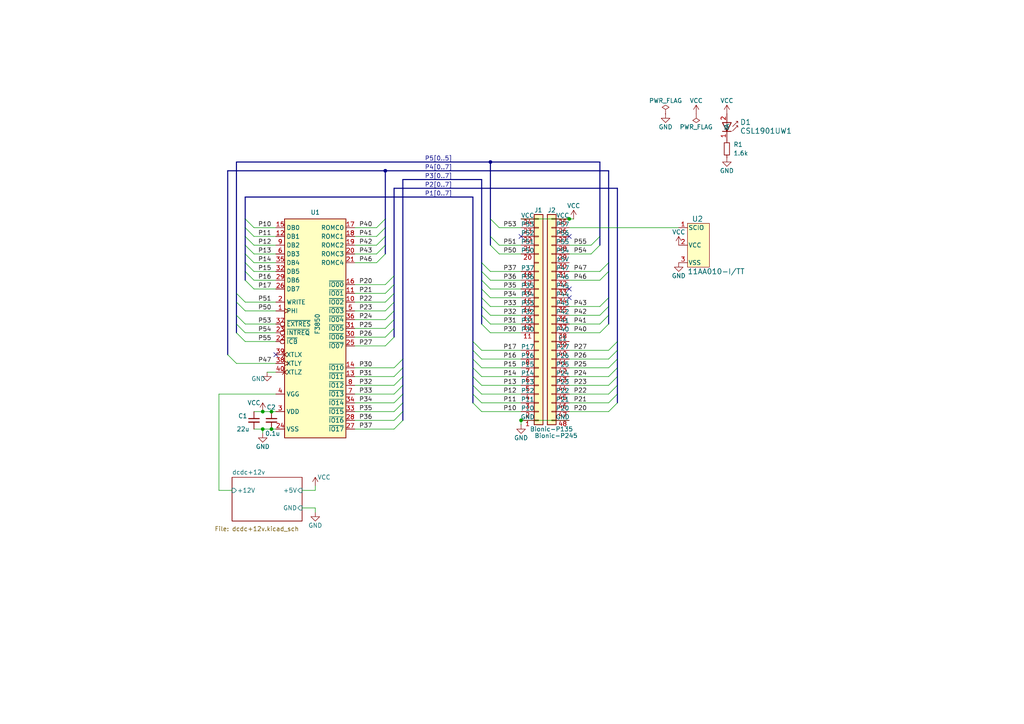
<source format=kicad_sch>
(kicad_sch (version 20231120) (generator "eeschema") (generator_version "8.0")
  (paper "A4")
  (title_block (title "BionicF3850 DC/DC") (date "2025-02-28") (rev "7") (company "Tadashi G. Takaoka"))
  (lib_symbols
    (symbol "Device:C_Small" (pin_numbers hide) (pin_names (offset 0.254) hide)
      (property "Reference" "C" (at 0.254 1.778 0))
      (property "Value" "C_Small" (at 0.254 -2.032 0))
      (symbol "C_Small_0_1"
        (polyline (pts (xy -1.524 -0.508) (xy 1.524 -0.508)) (stroke (width 0.3302)))
        (polyline (pts (xy -1.524 0.508) (xy 1.524 0.508)) (stroke (width 0.3048)))
      )
      (symbol "C_Small_1_1"
        (pin passive line (at 0 2.54 270) (length 2.032) (name "~") (number "1"))
        (pin passive line (at 0 -2.54 90) (length 2.032) (name "~") (number "2"))
      )
    )
    (symbol "Device:R_Small" (pin_numbers hide) (pin_names (offset 0.254) hide)
      (property "Reference" "R" (at 0.762 0.508 0))
      (property "Value" "R_Small" (at 0.762 -1.016 0))
      (symbol "R_Small_0_1"
        (rectangle (start -0.762 1.778) (end 0.762 -1.778) (stroke (width 0.2032)))
      )
      (symbol "R_Small_1_1"
        (pin passive line (at 0 2.54 270) (length 0.762) (name "~") (number "1"))
        (pin passive line (at 0 -2.54 90) (length 0.762) (name "~") (number "2"))
      )
    )
    (symbol "GND_1" (power) (pin_numbers hide) (pin_names (offset 0) hide)
      (property "Value" "GND" (at 0 -3.81 0))
      (symbol "GND_1_0_1"
        (polyline (pts (xy 0 0) (xy 0 -1.27) (xy 1.27 -1.27) (xy 0 -2.54) (xy -1.27 -1.27) (xy 0 -1.27)))
      )
      (symbol "GND_1_1_1"
        (pin power_in line (at 0 0 270) (length 0) (name "~") (number "1"))
      )
    )
    (symbol "GND_2" (power) (pin_numbers hide) (pin_names (offset 0) hide)
      (property "Value" "GND" (at 0 -3.81 0))
      (symbol "GND_2_0_1"
        (polyline (pts (xy 0 0) (xy 0 -1.27) (xy 1.27 -1.27) (xy 0 -2.54) (xy -1.27 -1.27) (xy 0 -1.27)))
      )
      (symbol "GND_2_1_1"
        (pin power_in line (at 0 0 270) (length 0) (name "~") (number "1"))
      )
    )
    (symbol "GND_3" (power) (pin_numbers hide) (pin_names (offset 0) hide)
      (property "Value" "GND" (at 0 -3.81 0))
      (symbol "GND_3_0_1"
        (polyline (pts (xy 0 0) (xy 0 -1.27) (xy 1.27 -1.27) (xy 0 -2.54) (xy -1.27 -1.27) (xy 0 -1.27)))
      )
      (symbol "GND_3_1_1"
        (pin power_in line (at 0 0 270) (length 0) (name "~") (number "1"))
      )
    )
    (symbol "GND_4" (power) (pin_numbers hide) (pin_names (offset 0) hide)
      (property "Value" "GND" (at 0 -3.81 0))
      (symbol "GND_4_0_1"
        (polyline (pts (xy 0 0) (xy 0 -1.27) (xy 1.27 -1.27) (xy 0 -2.54) (xy -1.27 -1.27) (xy 0 -1.27)))
      )
      (symbol "GND_4_1_1"
        (pin power_in line (at 0 0 270) (length 0) (name "~") (number "1"))
      )
    )
    (symbol "VCC_1" (power) (pin_numbers hide) (pin_names (offset 0) hide)
      (property "Value" "VCC" (at 0 3.556 0))
      (symbol "VCC_1_0_1"
        (polyline (pts (xy -0.762 1.27) (xy 0 2.54)))
        (polyline (pts (xy 0 0) (xy 0 2.54)))
        (polyline (pts (xy 0 2.54) (xy 0.762 1.27)))
      )
      (symbol "VCC_1_1_1"
        (pin power_in line (at 0 0 90) (length 0) (name "~") (number "1"))
      )
    )
    (symbol "VCC_2" (power) (pin_numbers hide) (pin_names (offset 0) hide)
      (property "Value" "VCC" (at 0 3.556 0))
      (symbol "VCC_2_0_1"
        (polyline (pts (xy -0.762 1.27) (xy 0 2.54)))
        (polyline (pts (xy 0 0) (xy 0 2.54)))
        (polyline (pts (xy 0 2.54) (xy 0.762 1.27)))
      )
      (symbol "VCC_2_1_1"
        (pin power_in line (at 0 0 90) (length 0) (name "~") (number "1"))
      )
    )
    (symbol "VCC_3" (power) (pin_numbers hide) (pin_names (offset 0) hide)
      (property "Value" "VCC" (at 0 3.556 0))
      (symbol "VCC_3_0_1"
        (polyline (pts (xy -0.762 1.27) (xy 0 2.54)))
        (polyline (pts (xy 0 0) (xy 0 2.54)))
        (polyline (pts (xy 0 2.54) (xy 0.762 1.27)))
      )
      (symbol "VCC_3_1_1"
        (pin power_in line (at 0 0 90) (length 0) (name "~") (number "1"))
      )
    )
    (symbol "VCC_4" (power) (pin_numbers hide) (pin_names (offset 0) hide)
      (property "Value" "VCC" (at 0 3.556 0))
      (symbol "VCC_4_0_1"
        (polyline (pts (xy -0.762 1.27) (xy 0 2.54)))
        (polyline (pts (xy 0 0) (xy 0 2.54)))
        (polyline (pts (xy 0 2.54) (xy 0.762 1.27)))
      )
      (symbol "VCC_4_1_1"
        (pin power_in line (at 0 0 90) (length 0) (name "~") (number "1"))
      )
    )
    (symbol "bionic:Bionic-P135" (pin_names (offset 0))
      (property "Reference" "J" (at 0 30.48 0))
      (property "Value" "Bionic-P135" (at -1.27 -33.02 0))
      (symbol "Bionic-P135_1_1"
        (rectangle (start 0 -30.353) (end -1.27 -30.607) (stroke (width 0.1524)))
        (rectangle (start 0 -27.813) (end -1.27 -28.067) (stroke (width 0.1524)))
        (rectangle (start 0 -25.273) (end -1.27 -25.527) (stroke (width 0.1524)))
        (rectangle (start 0 -22.733) (end -1.27 -22.987) (stroke (width 0.1524)))
        (rectangle (start 0 -20.193) (end -1.27 -20.447) (stroke (width 0.1524)))
        (rectangle (start 0 -17.653) (end -1.27 -17.907) (stroke (width 0.1524)))
        (rectangle (start 0 -15.113) (end -1.27 -15.367) (stroke (width 0.1524)))
        (rectangle (start 0 -12.573) (end -1.27 -12.827) (stroke (width 0.1524)))
        (rectangle (start 0 -10.033) (end -1.27 -10.287) (stroke (width 0.1524)))
        (rectangle (start 0 -7.493) (end -1.27 -7.747) (stroke (width 0.1524)))
        (rectangle (start 0 -4.953) (end -1.27 -5.207) (stroke (width 0.1524)))
        (rectangle (start 0 -2.413) (end -1.27 -2.667) (stroke (width 0.1524)))
        (rectangle (start 0 0.127) (end -1.27 -0.127) (stroke (width 0.1524)))
        (rectangle (start 0 2.667) (end -1.27 2.413) (stroke (width 0.1524)))
        (rectangle (start 0 5.207) (end -1.27 4.953) (stroke (width 0.1524)))
        (rectangle (start 0 7.747) (end -1.27 7.493) (stroke (width 0.1524)))
        (rectangle (start 0 10.287) (end -1.27 10.033) (stroke (width 0.1524)))
        (rectangle (start 0 12.827) (end -1.27 12.573) (stroke (width 0.1524)))
        (rectangle (start 0 15.367) (end -1.27 15.113) (stroke (width 0.1524)))
        (rectangle (start 0 17.907) (end -1.27 17.653) (stroke (width 0.1524)))
        (rectangle (start 0 20.447) (end -1.27 20.193) (stroke (width 0.1524)))
        (rectangle (start 0 22.987) (end -1.27 22.733) (stroke (width 0.1524)))
        (rectangle (start 0 25.527) (end -1.27 25.273) (stroke (width 0.1524)))
        (rectangle (start 0 28.067) (end -1.27 27.813) (stroke (width 0.1524)))
        (rectangle (start 1.27 29.21) (end -1.27 -31.75) (stroke (width 0.254)) (fill (type background)))
        (pin power_in line (at -5.08 -30.48 0) (length 3.81) (name "GND") (number "1"))
        (pin bidirectional line (at -5.08 -5.08 0) (length 3.81) (name "P30") (number "11"))
        (pin bidirectional line (at -5.08 -2.54 0) (length 3.81) (name "P31") (number "12"))
        (pin bidirectional line (at -5.08 0 0) (length 3.81) (name "P32") (number "13"))
        (pin bidirectional line (at -5.08 2.54 0) (length 3.81) (name "P33") (number "14"))
        (pin bidirectional line (at -5.08 5.08 0) (length 3.81) (name "P34") (number "15"))
        (pin bidirectional line (at -5.08 7.62 0) (length 3.81) (name "P35") (number "16"))
        (pin bidirectional line (at -5.08 10.16 0) (length 3.81) (name "P36") (number "17"))
        (pin bidirectional line (at -5.08 12.7 0) (length 3.81) (name "P37") (number "18"))
        (pin bidirectional line (at -5.08 -27.94 0) (length 3.81) (name "P10") (number "2"))
        (pin bidirectional line (at -5.08 17.78 0) (length 3.81) (name "P50") (number "20"))
        (pin bidirectional line (at -5.08 20.32 0) (length 3.81) (name "P51") (number "21"))
        (pin bidirectional line (at -5.08 22.86 0) (length 3.81) (name "P52") (number "22"))
        (pin bidirectional line (at -5.08 25.4 0) (length 3.81) (name "P53") (number "23"))
        (pin power_in line (at -5.08 27.94 0) (length 3.81) (name "VCC") (number "24"))
        (pin bidirectional line (at -5.08 -25.4 0) (length 3.81) (name "P11") (number "3"))
        (pin bidirectional line (at -5.08 -22.86 0) (length 3.81) (name "P12") (number "4"))
        (pin bidirectional line (at -5.08 -20.32 0) (length 3.81) (name "P13") (number "5"))
        (pin bidirectional line (at -5.08 -17.78 0) (length 3.81) (name "P14") (number "6"))
        (pin bidirectional line (at -5.08 -15.24 0) (length 3.81) (name "P15") (number "7"))
        (pin bidirectional line (at -5.08 -12.7 0) (length 3.81) (name "P16") (number "8"))
        (pin bidirectional line (at -5.08 -10.16 0) (length 3.81) (name "P17") (number "9"))
      )
    )
    (symbol "bionic:Bionic-P245" (pin_names (offset 0))
      (property "Reference" "J" (at -3.81 30.48 0))
      (property "Value" "Bionic-P245" (at -1.27 -33.02 0))
      (symbol "Bionic-P245_1_1"
        (rectangle (start -2.54 -30.607) (end -3.81 -30.353) (stroke (width 0.1524)))
        (rectangle (start -2.54 -28.067) (end -3.81 -27.813) (stroke (width 0.1524)))
        (rectangle (start -2.54 -25.527) (end -3.81 -25.273) (stroke (width 0.1524)))
        (rectangle (start -2.54 -22.987) (end -3.81 -22.733) (stroke (width 0.1524)))
        (rectangle (start -2.54 -20.447) (end -3.81 -20.193) (stroke (width 0.1524)))
        (rectangle (start -2.54 -17.907) (end -3.81 -17.653) (stroke (width 0.1524)))
        (rectangle (start -2.54 -15.367) (end -3.81 -15.113) (stroke (width 0.1524)))
        (rectangle (start -2.54 -12.827) (end -3.81 -12.573) (stroke (width 0.1524)))
        (rectangle (start -2.54 -10.287) (end -3.81 -10.033) (stroke (width 0.1524)))
        (rectangle (start -2.54 -7.747) (end -3.81 -7.493) (stroke (width 0.1524)))
        (rectangle (start -2.54 -5.207) (end -3.81 -4.953) (stroke (width 0.1524)))
        (rectangle (start -2.54 -2.667) (end -3.81 -2.413) (stroke (width 0.1524)))
        (rectangle (start -2.54 -0.127) (end -3.81 0.127) (stroke (width 0.1524)))
        (rectangle (start -2.54 2.413) (end -3.81 2.667) (stroke (width 0.1524)))
        (rectangle (start -2.54 4.953) (end -3.81 5.207) (stroke (width 0.1524)))
        (rectangle (start -2.54 7.493) (end -3.81 7.747) (stroke (width 0.1524)))
        (rectangle (start -2.54 10.033) (end -3.81 10.287) (stroke (width 0.1524)))
        (rectangle (start -2.54 12.573) (end -3.81 12.827) (stroke (width 0.1524)))
        (rectangle (start -2.54 15.113) (end -3.81 15.367) (stroke (width 0.1524)))
        (rectangle (start -2.54 17.653) (end -3.81 17.907) (stroke (width 0.1524)))
        (rectangle (start -2.54 20.193) (end -3.81 20.447) (stroke (width 0.1524)))
        (rectangle (start -2.54 22.733) (end -3.81 22.987) (stroke (width 0.1524)))
        (rectangle (start -2.54 25.273) (end -3.81 25.527) (stroke (width 0.1524)))
        (rectangle (start -2.54 27.813) (end -3.81 28.067) (stroke (width 0.1524)))
        (rectangle (start -2.54 29.21) (end -5.08 -31.75) (stroke (width 0.254)) (fill (type background)))
        (pin power_in line (at 1.27 27.94 180) (length 3.81) (name "VCC") (number "25"))
        (pin bidirectional line (at 1.27 25.4 180) (length 3.81) (name "P57") (number "26"))
        (pin bidirectional line (at 1.27 22.86 180) (length 3.81) (name "P56") (number "27"))
        (pin bidirectional line (at 1.27 20.32 180) (length 3.81) (name "P55") (number "28"))
        (pin bidirectional line (at 1.27 17.78 180) (length 3.81) (name "P54") (number "29"))
        (pin power_in line (at 1.27 15.24 180) (length 3.81) (name "15V") (number "30"))
        (pin bidirectional line (at 1.27 12.7 180) (length 3.81) (name "P47") (number "31"))
        (pin bidirectional line (at 1.27 10.16 180) (length 3.81) (name "P46") (number "32"))
        (pin bidirectional line (at 1.27 7.62 180) (length 3.81) (name "P45") (number "33"))
        (pin bidirectional line (at 1.27 5.08 180) (length 3.81) (name "P44") (number "34"))
        (pin bidirectional line (at 1.27 2.54 180) (length 3.81) (name "P43") (number "35"))
        (pin bidirectional line (at 1.27 0 180) (length 3.81) (name "P42") (number "36"))
        (pin bidirectional line (at 1.27 -2.54 180) (length 3.81) (name "P41") (number "37"))
        (pin bidirectional line (at 1.27 -5.08 180) (length 3.81) (name "P40") (number "38"))
        (pin bidirectional line (at 1.27 -7.62 180) (length 3.81) (name "E1") (number "39"))
        (pin bidirectional line (at 1.27 -10.16 180) (length 3.81) (name "P27") (number "40"))
        (pin bidirectional line (at 1.27 -12.7 180) (length 3.81) (name "P26") (number "41"))
        (pin bidirectional line (at 1.27 -15.24 180) (length 3.81) (name "P25") (number "42"))
        (pin bidirectional line (at 1.27 -17.78 180) (length 3.81) (name "P24") (number "43"))
        (pin bidirectional line (at 1.27 -20.32 180) (length 3.81) (name "P23") (number "44"))
        (pin bidirectional line (at 1.27 -22.86 180) (length 3.81) (name "P22") (number "45"))
        (pin bidirectional line (at 1.27 -25.4 180) (length 3.81) (name "P21") (number "46"))
        (pin bidirectional line (at 1.27 -27.94 180) (length 3.81) (name "P20") (number "47"))
        (pin power_in line (at 1.27 -30.48 180) (length 3.81) (name "GND") (number "48"))
      )
    )
    (symbol "cpu:F3850"
      (property "Reference" "U" (at -1.27 31.75 0))
      (property "Value" "F3850" (at 0 -3.81 90))
      (symbol "F3850_0_0"
        (pin bidirectional line (at 11.43 -6.35 180) (length 2.54) (name "~{IO07}") (number "25"))
        (pin input inverted (at -11.43 0 0) (length 2.54) (name "~{EXTRES}") (number "37"))
        (pin input clock (at -11.43 -11.43 0) (length 2.54) (name "XTLY") (number "38"))
      )
      (symbol "F3850_0_1"
        (rectangle (start -8.89 30.48) (end 8.89 -33.02) (stroke (width 0.254)) (fill (type background)))
      )
      (symbol "F3850_1_1"
        (pin output clock (at -11.43 3.81 0) (length 2.54) (name "PHI") (number "1"))
        (pin bidirectional line (at 11.43 6.35 180) (length 2.54) (name "~{IO02}") (number "10"))
        (pin bidirectional line (at 11.43 8.89 180) (length 2.54) (name "~{IO01}") (number "11"))
        (pin bidirectional line (at -11.43 25.4 0) (length 2.54) (name "DB1") (number "12"))
        (pin bidirectional line (at 11.43 -15.24 180) (length 2.54) (name "~{IO11}") (number "13"))
        (pin bidirectional line (at 11.43 -12.7 180) (length 2.54) (name "~{IO10}") (number "14"))
        (pin bidirectional line (at -11.43 27.94 0) (length 2.54) (name "DB0") (number "15"))
        (pin bidirectional line (at 11.43 11.43 180) (length 2.54) (name "~{IO00}") (number "16"))
        (pin output line (at 11.43 27.94 180) (length 2.54) (name "ROMC0") (number "17"))
        (pin output line (at 11.43 25.4 180) (length 2.54) (name "ROMC1") (number "18"))
        (pin output line (at 11.43 22.86 180) (length 2.54) (name "ROMC2") (number "19"))
        (pin output line (at -11.43 6.35 0) (length 2.54) (name "WRITE") (number "2"))
        (pin output line (at 11.43 20.32 180) (length 2.54) (name "ROMC3") (number "20"))
        (pin output line (at 11.43 17.78 180) (length 2.54) (name "ROMC4") (number "21"))
        (pin output inverted (at -11.43 -5.08 0) (length 2.54) (name "~{ICB}") (number "22"))
        (pin input inverted (at -11.43 -2.54 0) (length 2.54) (name "~{INTREQ}") (number "23"))
        (pin power_in line (at -11.43 -30.48 0) (length 2.54) (name "VSS") (number "24"))
        (pin bidirectional line (at -11.43 10.16 0) (length 2.54) (name "DB7") (number "26"))
        (pin bidirectional line (at 11.43 -30.48 180) (length 2.54) (name "~{IO17}") (number "27"))
        (pin bidirectional line (at 11.43 -27.94 180) (length 2.54) (name "~{IO16}") (number "28"))
        (pin bidirectional line (at -11.43 12.7 0) (length 2.54) (name "DB6") (number "29"))
        (pin power_in line (at -11.43 -25.4 0) (length 2.54) (name "VDD") (number "3"))
        (pin bidirectional line (at 11.43 -3.81 180) (length 2.54) (name "~{IO06}") (number "30"))
        (pin bidirectional line (at 11.43 -1.27 180) (length 2.54) (name "~{IO05}") (number "31"))
        (pin bidirectional line (at -11.43 15.24 0) (length 2.54) (name "DB5") (number "32"))
        (pin bidirectional line (at 11.43 -25.4 180) (length 2.54) (name "~{IO15}") (number "33"))
        (pin bidirectional line (at 11.43 -22.86 180) (length 2.54) (name "~{IO14}") (number "34"))
        (pin bidirectional line (at -11.43 17.78 0) (length 2.54) (name "DB4") (number "35"))
        (pin bidirectional line (at 11.43 1.27 180) (length 2.54) (name "~{IO04}") (number "36"))
        (pin input non_logic (at -11.43 -8.89 0) (length 2.54) (name "XTLX") (number "39"))
        (pin power_in line (at -11.43 -20.32 0) (length 2.54) (name "VGG") (number "4"))
        (pin input non_logic (at -11.43 -13.97 0) (length 2.54) (name "XTLZ") (number "40"))
        (pin bidirectional line (at 11.43 3.81 180) (length 2.54) (name "~{IO03}") (number "5"))
        (pin bidirectional line (at -11.43 20.32 0) (length 2.54) (name "DB3") (number "6"))
        (pin bidirectional line (at 11.43 -20.32 180) (length 2.54) (name "~{IO13}") (number "7"))
        (pin bidirectional line (at 11.43 -17.78 180) (length 2.54) (name "~{IO12}") (number "8"))
        (pin bidirectional line (at -11.43 22.86 0) (length 2.54) (name "DB2") (number "9"))
      )
    )
    (symbol "microchip:11AA010-I_TT" (pin_names (offset 0.254))
      (property "Reference" "U" (at 2.54 1.27 0))
      (property "Value" "11AA010-I/TT" (at 3.81 -13.97 0))
      (symbol "11AA010-I_TT_1_1"
        (rectangle (start 0 0) (end 6.35 -12.7) (fill (type background)))
        (pin bidirectional line (at -2.54 -1.27 0) (length 2.54) (name "SCIO") (number "1"))
        (pin power_in line (at -2.54 -6.35 0) (length 2.54) (name "VCC") (number "2"))
        (pin power_in line (at -2.54 -11.43 0) (length 2.54) (name "VSS") (number "3"))
      )
    )
    (symbol "power:GND" (power) (pin_numbers hide) (pin_names (offset 0) hide)
      (property "Value" "GND" (at 0 -3.81 0))
      (symbol "GND_0_1"
        (polyline (pts (xy 0 0) (xy 0 -1.27) (xy 1.27 -1.27) (xy 0 -2.54) (xy -1.27 -1.27) (xy 0 -1.27)))
      )
      (symbol "GND_1_1"
        (pin power_in line (at 0 0 270) (length 0) (name "~") (number "1"))
      )
    )
    (symbol "power:PWR_FLAG" (power) (pin_numbers hide) (pin_names (offset 0) hide)
      (property "Value" "PWR_FLAG" (at 0 3.81 0))
      (symbol "PWR_FLAG_0_0"
        (pin power_out line (at 0 0 90) (length 0) (name "~") (number "1"))
      )
      (symbol "PWR_FLAG_0_1"
        (polyline (pts (xy 0 0) (xy 0 1.27) (xy -1.016 1.905) (xy 0 2.54) (xy 1.016 1.905) (xy 0 1.27)))
      )
    )
    (symbol "power:VCC" (power) (pin_numbers hide) (pin_names (offset 0) hide)
      (property "Value" "VCC" (at 0 3.556 0))
      (symbol "VCC_0_1"
        (polyline (pts (xy -0.762 1.27) (xy 0 2.54)))
        (polyline (pts (xy 0 0) (xy 0 2.54)))
        (polyline (pts (xy 0 2.54) (xy 0.762 1.27)))
      )
      (symbol "VCC_1_1"
        (pin power_in line (at 0 0 90) (length 0) (name "~") (number "1"))
      )
    )
    (symbol "rhom:CSL1901UW1" (pin_names (offset 0.254))
      (property "Reference" "D" (at 3.81 -2.54 0))
      (property "Value" "CSL1901UW1" (at 3.81 -5.08 0))
      (symbol "CSL1901UW1_0_1"
        (polyline (pts (xy 2.159 3.175) (xy 2.667 3.175)))
        (polyline (pts (xy 2.54 0) (xy 5.08 0)))
        (polyline (pts (xy 5.08 1.27) (xy 5.08 -1.27)) (stroke (width 0.254)))
        (polyline (pts (xy 3.683 1.651) (xy 2.159 3.175) (xy 2.159 2.667)))
        (polyline (pts (xy 2.54 -1.27) (xy 5.08 0) (xy 2.54 1.27) (xy 2.54 -1.27)) (stroke (width 0.254)))
        (polyline (pts (xy 4.953 1.651) (xy 3.429 3.175) (xy 3.429 2.667) (xy 3.429 3.175) (xy 3.937 3.175)))
      )
      (symbol "CSL1901UW1_1_1"
        (pin passive line (at 7.62 0 180) (length 2.54) (name "K") (number "1"))
        (pin passive line (at 0 0 0) (length 2.54) (name "A") (number "2"))
      )
      (symbol "CSL1901UW1_1_2"
        (polyline (pts (xy -5.08 7.62) (xy -4.445 8.255)) (stroke (width 0.2032)))
        (polyline (pts (xy -5.08 8.255) (xy -5.08 7.62)) (stroke (width 0.2032)))
        (polyline (pts (xy -4.445 6.35) (xy -3.81 6.985)) (stroke (width 0.2032)))
        (polyline (pts (xy -4.445 8.255) (xy -5.08 8.255)) (stroke (width 0.2032)))
        (polyline (pts (xy -4.445 9.525) (xy -3.81 10.16)) (stroke (width 0.2032)))
        (polyline (pts (xy -4.445 10.16) (xy -4.445 9.525)) (stroke (width 0.2032)))
        (polyline (pts (xy -3.81 6.985) (xy -5.08 8.255)) (stroke (width 0.2032)))
        (polyline (pts (xy -3.81 8.255) (xy -3.175 8.89)) (stroke (width 0.2032)))
        (polyline (pts (xy -3.81 10.16) (xy -4.445 10.16)) (stroke (width 0.2032)))
        (polyline (pts (xy -3.175 5.08) (xy -4.445 6.35)) (stroke (width 0.2032)))
        (polyline (pts (xy -3.175 8.89) (xy -4.445 10.16)) (stroke (width 0.2032)))
        (polyline (pts (xy -2.54 6.985) (xy -3.81 8.255)) (stroke (width 0.2032)))
        (polyline (pts (xy -1.905 3.81) (xy 1.905 3.81)) (stroke (width 0.2032)))
        (polyline (pts (xy 0 2.54) (xy 0 3.4798)) (stroke (width 0.2032)))
        (polyline (pts (xy 0 3.175) (xy 0 3.81)) (stroke (width 0.2032)))
        (polyline (pts (xy 0 6.35) (xy -1.905 3.81)) (stroke (width 0.2032)))
        (polyline (pts (xy 0 6.35) (xy 0 7.62)) (stroke (width 0.2032)))
        (polyline (pts (xy 1.905 3.81) (xy 0 6.35)) (stroke (width 0.2032)))
        (polyline (pts (xy 1.905 6.35) (xy -1.905 6.35)) (stroke (width 0.2032)))
        (pin unspecified line (at 0 10.16 270) (length 2.54) (name "") (number "1"))
        (pin unspecified line (at 0 0 90) (length 2.54) (name "") (number "2"))
      )
    )
  )
  (junction (at 78.74 119.38))
  (junction (at 151.13 121.92))
  (junction (at 76.2 119.38))
  (junction (at 76.2 124.46))
  (junction (at 142.24 46.99))
  (junction (at 111.76 49.53))
  (junction (at 165.1 63.5))
  (junction (at 78.74 124.46))
  (no_connect (at 165.1 68.58))
  (no_connect (at 80.01 102.87))
  (no_connect (at 165.1 86.36))
  (no_connect (at 165.1 83.82))
  (no_connect (at 151.13 68.58))
  (bus_entry (at 139.7 119.38) (size -2.54 -2.54))
  (bus_entry (at 139.7 81.28) (size 2.54 2.54))
  (bus_entry (at 144.78 66.04) (size -2.54 -2.54))
  (bus_entry (at 179.07 99.06) (size -2.54 2.54))
  (bus_entry (at 111.76 71.12) (size -2.54 2.54))
  (bus_entry (at 176.53 93.98) (size -2.54 2.54))
  (bus_entry (at 144.78 73.66) (size -2.54 -2.54))
  (bus_entry (at 71.12 99.06) (size -2.54 -2.54))
  (bus_entry (at 73.66 78.74) (size -2.54 -2.54))
  (bus_entry (at 116.84 104.14) (size -2.54 2.54))
  (bus_entry (at 173.99 88.9) (size 2.54 -2.54))
  (bus_entry (at 73.66 73.66) (size -2.54 -2.54))
  (bus_entry (at 139.7 91.44) (size 2.54 2.54))
  (bus_entry (at 176.53 76.2) (size -2.54 2.54))
  (bus_entry (at 111.76 63.5) (size -2.54 2.54))
  (bus_entry (at 116.84 114.3) (size -2.54 2.54))
  (bus_entry (at 179.07 109.22) (size -2.54 2.54))
  (bus_entry (at 111.76 85.09) (size 2.54 -2.54))
  (bus_entry (at 116.84 111.76) (size -2.54 2.54))
  (bus_entry (at 71.12 90.17) (size -2.54 -2.54))
  (bus_entry (at 139.7 76.2) (size 2.54 2.54))
  (bus_entry (at 179.07 101.6) (size -2.54 2.54))
  (bus_entry (at 139.7 93.98) (size 2.54 2.54))
  (bus_entry (at 71.12 93.98) (size -2.54 -2.54))
  (bus_entry (at 73.66 68.58) (size -2.54 -2.54))
  (bus_entry (at 144.78 71.12) (size -2.54 -2.54))
  (bus_entry (at 139.7 101.6) (size -2.54 -2.54))
  (bus_entry (at 139.7 104.14) (size -2.54 -2.54))
  (bus_entry (at 111.76 92.71) (size 2.54 -2.54))
  (bus_entry (at 171.45 73.66) (size 2.54 -2.54))
  (bus_entry (at 173.99 93.98) (size 2.54 -2.54))
  (bus_entry (at 173.99 91.44) (size 2.54 -2.54))
  (bus_entry (at 171.45 71.12) (size 2.54 -2.54))
  (bus_entry (at 176.53 78.74) (size -2.54 2.54))
  (bus_entry (at 111.76 68.58) (size -2.54 2.54))
  (bus_entry (at 71.12 87.63) (size -2.54 -2.54))
  (bus_entry (at 139.7 86.36) (size 2.54 2.54))
  (bus_entry (at 139.7 109.22) (size -2.54 -2.54))
  (bus_entry (at 179.07 114.3) (size -2.54 2.54))
  (bus_entry (at 111.76 95.25) (size 2.54 -2.54))
  (bus_entry (at 71.12 96.52) (size -2.54 -2.54))
  (bus_entry (at 73.66 81.28) (size -2.54 -2.54))
  (bus_entry (at 179.07 104.14) (size -2.54 2.54))
  (bus_entry (at 111.76 73.66) (size -2.54 2.54))
  (bus_entry (at 73.66 76.2) (size -2.54 -2.54))
  (bus_entry (at 73.66 66.04) (size -2.54 -2.54))
  (bus_entry (at 139.7 88.9) (size 2.54 2.54))
  (bus_entry (at 114.3 121.92) (size 2.54 -2.54))
  (bus_entry (at 139.7 111.76) (size -2.54 -2.54))
  (bus_entry (at 176.53 114.3) (size 2.54 -2.54))
  (bus_entry (at 114.3 87.63) (size -2.54 2.54))
  (bus_entry (at 139.7 78.74) (size 2.54 2.54))
  (bus_entry (at 139.7 83.82) (size 2.54 2.54))
  (bus_entry (at 114.3 119.38) (size 2.54 -2.54))
  (bus_entry (at 116.84 109.22) (size -2.54 2.54))
  (bus_entry (at 179.07 106.68) (size -2.54 2.54))
  (bus_entry (at 111.76 87.63) (size 2.54 -2.54))
  (bus_entry (at 139.7 106.68) (size -2.54 -2.54))
  (bus_entry (at 111.76 82.55) (size 2.54 -2.54))
  (bus_entry (at 73.66 71.12) (size -2.54 -2.54))
  (bus_entry (at 111.76 66.04) (size -2.54 2.54))
  (bus_entry (at 139.7 114.3) (size -2.54 -2.54))
  (bus_entry (at 114.3 124.46) (size 2.54 -2.54))
  (bus_entry (at 179.07 116.84) (size -2.54 2.54))
  (bus_entry (at 116.84 106.68) (size -2.54 2.54))
  (bus_entry (at 139.7 116.84) (size -2.54 -2.54))
  (bus_entry (at 114.3 97.79) (size -2.54 2.54))
  (bus_entry (at 114.3 95.25) (size -2.54 2.54))
  (bus_entry (at 73.66 83.82) (size -2.54 -2.54))
  (bus_entry (at 66.04 102.87) (size 2.54 2.54))
  (wire (pts (xy 71.12 90.17) (xy 80.01 90.17)))
  (bus (pts (xy 176.53 91.44) (xy 176.53 93.98)))
  (wire (pts (xy 91.44 147.32) (xy 87.63 147.32)))
  (wire (pts (xy 78.74 119.38) (xy 80.01 119.38)))
  (wire (pts (xy 102.87 100.33) (xy 111.76 100.33)))
  (bus (pts (xy 116.84 104.14) (xy 116.84 106.68)))
  (wire (pts (xy 73.66 81.28) (xy 80.01 81.28)))
  (wire (pts (xy 73.66 71.12) (xy 80.01 71.12)))
  (wire (pts (xy 139.7 104.14) (xy 151.13 104.14)))
  (wire (pts (xy 102.87 76.2) (xy 109.22 76.2)))
  (bus (pts (xy 139.7 52.07) (xy 139.7 76.2)))
  (bus (pts (xy 116.84 109.22) (xy 116.84 111.76)))
  (bus (pts (xy 139.7 81.28) (xy 139.7 83.82)))
  (wire (pts (xy 102.87 87.63) (xy 111.76 87.63)))
  (wire (pts (xy 139.7 116.84) (xy 151.13 116.84)))
  (bus (pts (xy 71.12 66.04) (xy 71.12 68.58)))
  (bus (pts (xy 139.7 86.36) (xy 139.7 88.9)))
  (wire (pts (xy 73.66 83.82) (xy 80.01 83.82)))
  (bus (pts (xy 116.84 119.38) (xy 116.84 121.92)))
  (wire (pts (xy 102.87 121.92) (xy 114.3 121.92)))
  (bus (pts (xy 114.3 87.63) (xy 114.3 90.17)))
  (wire (pts (xy 102.87 73.66) (xy 109.22 73.66)))
  (bus (pts (xy 116.84 114.3) (xy 116.84 116.84)))
  (bus (pts (xy 176.53 88.9) (xy 176.53 91.44)))
  (wire (pts (xy 63.5 142.24) (xy 63.5 114.3)))
  (wire (pts (xy 102.87 85.09) (xy 111.76 85.09)))
  (bus (pts (xy 114.3 90.17) (xy 114.3 92.71)))
  (wire (pts (xy 165.1 116.84) (xy 176.53 116.84)))
  (wire (pts (xy 71.12 87.63) (xy 80.01 87.63)))
  (bus (pts (xy 139.7 78.74) (xy 139.7 81.28)))
  (bus (pts (xy 114.3 54.61) (xy 114.3 80.01)))
  (wire (pts (xy 139.7 114.3) (xy 151.13 114.3)))
  (wire (pts (xy 76.2 124.46) (xy 78.74 124.46)))
  (wire (pts (xy 67.31 142.24) (xy 63.5 142.24)))
  (wire (pts (xy 91.44 140.97) (xy 91.44 142.24)))
  (bus (pts (xy 142.24 46.99) (xy 173.99 46.99)))
  (wire (pts (xy 73.66 66.04) (xy 80.01 66.04)))
  (wire (pts (xy 102.87 68.58) (xy 109.22 68.58)))
  (wire (pts (xy 142.24 78.74) (xy 151.13 78.74)))
  (wire (pts (xy 151.13 63.5) (xy 165.1 63.5)))
  (wire (pts (xy 165.1 104.14) (xy 176.53 104.14)))
  (wire (pts (xy 102.87 90.17) (xy 111.76 90.17)))
  (wire (pts (xy 71.12 99.06) (xy 80.01 99.06)))
  (bus (pts (xy 137.16 101.6) (xy 137.16 104.14)))
  (wire (pts (xy 144.78 66.04) (xy 151.13 66.04)))
  (bus (pts (xy 111.76 68.58) (xy 111.76 71.12)))
  (bus (pts (xy 142.24 63.5) (xy 142.24 46.99)))
  (wire (pts (xy 78.74 124.46) (xy 80.01 124.46)))
  (bus (pts (xy 137.16 57.15) (xy 137.16 99.06)))
  (bus (pts (xy 173.99 71.12) (xy 173.99 68.58)))
  (wire (pts (xy 139.7 119.38) (xy 151.13 119.38)))
  (wire (pts (xy 165.1 114.3) (xy 176.53 114.3)))
  (bus (pts (xy 137.16 109.22) (xy 137.16 111.76)))
  (wire (pts (xy 102.87 92.71) (xy 111.76 92.71)))
  (wire (pts (xy 91.44 148.59) (xy 91.44 147.32)))
  (wire (pts (xy 102.87 111.76) (xy 114.3 111.76)))
  (bus (pts (xy 68.58 93.98) (xy 68.58 91.44)))
  (wire (pts (xy 165.1 88.9) (xy 173.99 88.9)))
  (bus (pts (xy 173.99 46.99) (xy 173.99 68.58)))
  (wire (pts (xy 165.1 78.74) (xy 173.99 78.74)))
  (bus (pts (xy 137.16 104.14) (xy 137.16 106.68)))
  (bus (pts (xy 179.07 99.06) (xy 179.07 101.6)))
  (bus (pts (xy 176.53 86.36) (xy 176.53 88.9)))
  (wire (pts (xy 71.12 93.98) (xy 80.01 93.98)))
  (wire (pts (xy 102.87 106.68) (xy 114.3 106.68)))
  (wire (pts (xy 144.78 71.12) (xy 151.13 71.12)))
  (wire (pts (xy 91.44 142.24) (xy 87.63 142.24)))
  (bus (pts (xy 139.7 88.9) (xy 139.7 91.44)))
  (bus (pts (xy 179.07 101.6) (xy 179.07 104.14)))
  (bus (pts (xy 116.84 52.07) (xy 139.7 52.07)))
  (bus (pts (xy 114.3 54.61) (xy 179.07 54.61)))
  (wire (pts (xy 142.24 86.36) (xy 151.13 86.36)))
  (wire (pts (xy 139.7 106.68) (xy 151.13 106.68)))
  (bus (pts (xy 176.53 76.2) (xy 176.53 78.74)))
  (wire (pts (xy 77.47 107.95) (xy 80.01 107.95)))
  (wire (pts (xy 73.66 68.58) (xy 80.01 68.58)))
  (wire (pts (xy 102.87 71.12) (xy 109.22 71.12)))
  (bus (pts (xy 116.84 106.68) (xy 116.84 109.22)))
  (bus (pts (xy 71.12 78.74) (xy 71.12 81.28)))
  (bus (pts (xy 179.07 114.3) (xy 179.07 116.84)))
  (bus (pts (xy 176.53 49.53) (xy 176.53 76.2)))
  (wire (pts (xy 73.66 76.2) (xy 80.01 76.2)))
  (bus (pts (xy 176.53 78.74) (xy 176.53 86.36)))
  (bus (pts (xy 114.3 82.55) (xy 114.3 85.09)))
  (wire (pts (xy 102.87 114.3) (xy 114.3 114.3)))
  (bus (pts (xy 68.58 93.98) (xy 68.58 96.52)))
  (bus (pts (xy 179.07 111.76) (xy 179.07 114.3)))
  (wire (pts (xy 165.1 106.68) (xy 176.53 106.68)))
  (bus (pts (xy 179.07 54.61) (xy 179.07 99.06)))
  (wire (pts (xy 102.87 109.22) (xy 114.3 109.22)))
  (bus (pts (xy 71.12 68.58) (xy 71.12 71.12)))
  (wire (pts (xy 165.1 63.5) (xy 166.37 63.5)))
  (wire (pts (xy 102.87 95.25) (xy 111.76 95.25)))
  (wire (pts (xy 142.24 88.9) (xy 151.13 88.9)))
  (wire (pts (xy 102.87 82.55) (xy 111.76 82.55)))
  (wire (pts (xy 165.1 73.66) (xy 171.45 73.66)))
  (bus (pts (xy 114.3 80.01) (xy 114.3 82.55)))
  (wire (pts (xy 165.1 111.76) (xy 176.53 111.76)))
  (wire (pts (xy 73.66 73.66) (xy 80.01 73.66)))
  (bus (pts (xy 114.3 95.25) (xy 114.3 97.79)))
  (bus (pts (xy 111.76 63.5) (xy 111.76 66.04)))
  (bus (pts (xy 68.58 87.63) (xy 68.58 85.09)))
  (bus (pts (xy 71.12 71.12) (xy 71.12 73.66)))
  (bus (pts (xy 116.84 111.76) (xy 116.84 114.3)))
  (wire (pts (xy 102.87 124.46) (xy 114.3 124.46)))
  (wire (pts (xy 165.1 66.04) (xy 196.85 66.04)))
  (wire (pts (xy 102.87 97.79) (xy 111.76 97.79)))
  (bus (pts (xy 71.12 66.04) (xy 71.12 63.5)))
  (wire (pts (xy 73.66 78.74) (xy 80.01 78.74)))
  (wire (pts (xy 139.7 101.6) (xy 151.13 101.6)))
  (bus (pts (xy 139.7 83.82) (xy 139.7 86.36)))
  (wire (pts (xy 73.66 119.38) (xy 76.2 119.38)))
  (bus (pts (xy 116.84 116.84) (xy 116.84 119.38)))
  (bus (pts (xy 111.76 66.04) (xy 111.76 68.58)))
  (bus (pts (xy 66.04 49.53) (xy 111.76 49.53)))
  (wire (pts (xy 144.78 73.66) (xy 151.13 73.66)))
  (wire (pts (xy 63.5 114.3) (xy 80.01 114.3)))
  (wire (pts (xy 139.7 111.76) (xy 151.13 111.76)))
  (bus (pts (xy 68.58 46.99) (xy 142.24 46.99)))
  (bus (pts (xy 71.12 57.15) (xy 137.16 57.15)))
  (bus (pts (xy 68.58 91.44) (xy 68.58 87.63)))
  (wire (pts (xy 142.24 96.52) (xy 151.13 96.52)))
  (bus (pts (xy 142.24 71.12) (xy 142.24 68.58)))
  (bus (pts (xy 139.7 91.44) (xy 139.7 93.98)))
  (bus (pts (xy 71.12 73.66) (xy 71.12 76.2)))
  (wire (pts (xy 165.1 91.44) (xy 173.99 91.44)))
  (wire (pts (xy 165.1 109.22) (xy 176.53 109.22)))
  (wire (pts (xy 139.7 109.22) (xy 151.13 109.22)))
  (wire (pts (xy 151.13 123.19) (xy 151.13 121.92)))
  (bus (pts (xy 142.24 68.58) (xy 142.24 63.5)))
  (bus (pts (xy 137.16 111.76) (xy 137.16 114.3)))
  (bus (pts (xy 114.3 92.71) (xy 114.3 95.25)))
  (bus (pts (xy 139.7 76.2) (xy 139.7 78.74)))
  (bus (pts (xy 179.07 109.22) (xy 179.07 111.76)))
  (bus (pts (xy 116.84 52.07) (xy 116.84 104.14)))
  (wire (pts (xy 165.1 81.28) (xy 173.99 81.28)))
  (wire (pts (xy 73.66 124.46) (xy 76.2 124.46)))
  (wire (pts (xy 165.1 101.6) (xy 176.53 101.6)))
  (wire (pts (xy 165.1 93.98) (xy 173.99 93.98)))
  (bus (pts (xy 137.16 114.3) (xy 137.16 116.84)))
  (wire (pts (xy 165.1 71.12) (xy 171.45 71.12)))
  (wire (pts (xy 165.1 119.38) (xy 176.53 119.38)))
  (wire (pts (xy 151.13 121.92) (xy 165.1 121.92)))
  (wire (pts (xy 76.2 119.38) (xy 78.74 119.38)))
  (bus (pts (xy 114.3 85.09) (xy 114.3 87.63)))
  (bus (pts (xy 111.76 71.12) (xy 111.76 73.66)))
  (bus (pts (xy 71.12 76.2) (xy 71.12 78.74)))
  (wire (pts (xy 71.12 96.52) (xy 80.01 96.52)))
  (wire (pts (xy 68.58 105.41) (xy 80.01 105.41)))
  (bus (pts (xy 111.76 49.53) (xy 176.53 49.53)))
  (wire (pts (xy 165.1 96.52) (xy 173.99 96.52)))
  (bus (pts (xy 179.07 104.14) (xy 179.07 106.68)))
  (bus (pts (xy 137.16 99.06) (xy 137.16 101.6)))
  (bus (pts (xy 137.16 106.68) (xy 137.16 109.22)))
  (bus (pts (xy 71.12 63.5) (xy 71.12 57.15)))
  (wire (pts (xy 102.87 119.38) (xy 114.3 119.38)))
  (bus (pts (xy 66.04 49.53) (xy 66.04 102.87)))
  (wire (pts (xy 142.24 83.82) (xy 151.13 83.82)))
  (wire (pts (xy 102.87 116.84) (xy 114.3 116.84)))
  (bus (pts (xy 111.76 63.5) (xy 111.76 49.53)))
  (wire (pts (xy 142.24 93.98) (xy 151.13 93.98)))
  (bus (pts (xy 68.58 46.99) (xy 68.58 85.09)))
  (wire (pts (xy 102.87 66.04) (xy 109.22 66.04)))
  (wire (pts (xy 76.2 125.73) (xy 76.2 124.46)))
  (wire (pts (xy 142.24 91.44) (xy 151.13 91.44)))
  (bus (pts (xy 179.07 106.68) (xy 179.07 109.22)))
  (wire (pts (xy 142.24 81.28) (xy 151.13 81.28)))
  (label "P26" (at 166.37 104.14 0))
  (label "P21" (at 104.14 85.09 0))
  (label "P42" (at 104.14 71.12 0))
  (label "P12" (at 78.74 71.12 180))
  (label "P3[0..7]" (at 123.19 52.07 0))
  (label "P22" (at 104.14 87.63 0))
  (label "P41" (at 166.37 93.98 0))
  (label "P17" (at 149.86 101.6 180))
  (label "P54" (at 166.37 73.66 0))
  (label "P35" (at 149.86 83.82 180))
  (label "P10" (at 78.74 66.04 180))
  (label "P24" (at 104.14 92.71 0))
  (label "P47" (at 78.74 105.41 180))
  (label "P17" (at 78.74 83.82 180))
  (label "P36" (at 149.86 81.28 180))
  (label "P27" (at 166.37 101.6 0))
  (label "P21" (at 166.37 116.84 0))
  (label "P46" (at 104.14 76.2 0))
  (label "P50" (at 149.86 73.66 180))
  (label "P2[0..7]" (at 123.19 54.61 0))
  (label "P16" (at 78.74 81.28 180))
  (label "P25" (at 166.37 106.68 0))
  (label "P40" (at 166.37 96.52 0))
  (label "P15" (at 149.86 106.68 180))
  (label "P41" (at 104.14 68.58 0))
  (label "P22" (at 166.37 114.3 0))
  (label "P46" (at 166.37 81.28 0))
  (label "P27" (at 104.14 100.33 0))
  (label "P4[0..7]" (at 123.19 49.53 0))
  (label "P13" (at 149.86 111.76 180))
  (label "P12" (at 149.86 114.3 180))
  (label "P34" (at 104.14 116.84 0))
  (label "P31" (at 104.14 109.22 0))
  (label "P23" (at 104.14 90.17 0))
  (label "P33" (at 104.14 114.3 0))
  (label "P13" (at 78.74 73.66 180))
  (label "P33" (at 149.86 88.9 180))
  (label "P53" (at 78.74 93.98 180))
  (label "P30" (at 149.86 96.52 180))
  (label "P37" (at 149.86 78.74 180))
  (label "P16" (at 149.86 104.14 180))
  (label "P25" (at 104.14 95.25 0))
  (label "P1[0..7]" (at 123.19 57.15 0))
  (label "P30" (at 104.14 106.68 0))
  (label "P35" (at 104.14 119.38 0))
  (label "P51" (at 78.74 87.63 180))
  (label "P11" (at 149.86 116.84 180))
  (label "P24" (at 166.37 109.22 0))
  (label "P54" (at 78.74 96.52 180))
  (label "P43" (at 166.37 88.9 0))
  (label "P20" (at 104.14 82.55 0))
  (label "P55" (at 78.74 99.06 180))
  (label "P50" (at 78.74 90.17 180))
  (label "P51" (at 149.86 71.12 180))
  (label "P34" (at 149.86 86.36 180))
  (label "P40" (at 104.14 66.04 0))
  (label "P36" (at 104.14 121.92 0))
  (label "P43" (at 104.14 73.66 0))
  (label "P32" (at 104.14 111.76 0))
  (label "P10" (at 149.86 119.38 180))
  (label "P14" (at 149.86 109.22 180))
  (label "P5[0..5]" (at 123.19 46.99 0))
  (label "P15" (at 78.74 78.74 180))
  (label "P14" (at 78.74 76.2 180))
  (label "P31" (at 149.86 93.98 180))
  (label "P53" (at 149.86 66.04 180))
  (label "P37" (at 104.14 124.46 0))
  (label "P11" (at 78.74 68.58 180))
  (label "P20" (at 166.37 119.38 0))
  (label "P47" (at 166.37 78.74 0))
  (label "P42" (at 166.37 91.44 0))
  (label "P26" (at 104.14 97.79 0))
  (label "P32" (at 149.86 91.44 180))
  (label "P23" (at 166.37 111.76 0))
  (label "P55" (at 166.37 71.12 0))
  (symbol (lib_id "Device:C_Small") (at 78.74 121.92 0) (mirror y) (unit 1)
    (property "Reference" "C2" (at 80.01 118.11 0) (effects (justify left)))
    (property "Value" "0.1u" (at 81.28 125.73 0) (effects (justify left)))
    (property "Footprint" "Capacitor_SMD:C_0603_1608Metric_Pad1.08x0.95mm_HandSolder" (effects (hide yes)))
  )
  (symbol (lib_id "power:GND") (at 91.44 148.59 0) (unit 1)
    (property "Reference" "#PWR019" (effects (hide yes)))
    (property "Value" "GND" (at 91.44 152.4 0))
    (property "Description" "Power symbol creates a global label with name \"GND\" , ground" (effects (hide yes)))
  )
  (symbol (lib_id "cpu:F3850") (at 91.44 93.98 0) (unit 1)
    (property "Reference" "U1" (at 91.44 61.595 0))
    (property "Value" "F3850" (at 92.075 93.98 90))
    (property "Footprint" "bionic:DIP-40_W15.24mm_Socket" (effects (hide yes)))
    (property "Datasheet" "https://datasheetspdf.com/datasheet/F3850.html" (effects (hide yes)))
    (property "Description" "8-bit Central Processing Unit, DIP-40" (effects (hide yes)))
  )
  (symbol (lib_id "Device:C_Small") (at 73.66 121.92 0) (mirror y) (unit 1)
    (property "Reference" "C1" (at 71.755 120.65 0) (effects (justify left)))
    (property "Value" "22u" (at 72.39 124.46 0) (effects (justify left)))
    (property "Footprint" "Capacitor_SMD:C_0603_1608Metric_Pad1.08x0.95mm_HandSolder" (effects (hide yes)))
  )
  (symbol (lib_id "power:PWR_FLAG") (at 193.04 33.02 0) (unit 1)
    (property "Reference" "#FLG02" (effects (hide yes)))
    (property "Value" "PWR_FLAG" (at 193.04 29.21 0))
    (property "Description" "Special symbol for telling ERC where power comes from" (effects (hide yes)))
  )
  (symbol (lib_id "bionic:Bionic-P135") (at 156.21 91.44 0) (unit 1)
    (property "Reference" "J1" (at 154.94 60.96 0) (effects (justify left)))
    (property "Value" "Bionic-P135" (at 153.67 124.46 0) (effects (justify left)))
    (property "Footprint" "bionic:Bionic-P135_THT" (effects (hide yes)))
    (property "Description" "Generic connector, single row, 01x24, script generated (kicad-library-utils/schlib/autogen/connector/)" (effects (hide yes)))
  )
  (symbol (lib_id "power:VCC") (at 76.2 119.38 0) (unit 1)
    (property "Reference" "#PWR01" (effects (hide yes)))
    (property "Value" "VCC" (at 73.66 116.84 0))
    (property "Description" "Power symbol creates a global label with name \"VCC\"" (effects (hide yes)))
  )
  (symbol (lib_id "power:GND") (at 77.47 107.95 0) (unit 1)
    (property "Reference" "#PWR03" (effects (hide yes)))
    (property "Value" "GND" (at 74.93 109.855 0))
    (property "Description" "Power symbol creates a global label with name \"GND\" , ground" (effects (hide yes)))
  )
  (symbol (lib_name "GND_1") (lib_id "power:GND") (at 196.85 76.2 0) (unit 1)
    (property "Reference" "#PWR010" (effects (hide yes)))
    (property "Value" "GND" (at 196.85 80.01 0))
    (property "Description" "Power symbol creates a global label with name \"GND\" , ground" (effects (hide yes)))
  )
  (symbol (lib_name "VCC_4") (lib_id "power:VCC") (at 201.93 33.02 0) (unit 1)
    (property "Reference" "#PWR011" (effects (hide yes)))
    (property "Value" "VCC" (at 201.93 29.21 0))
    (property "Description" "Power symbol creates a global label with name \"VCC\"" (effects (hide yes)))
  )
  (symbol (lib_id "rhom:CSL1901UW1") (at 210.82 33.02 270) (unit 1)
    (property "Reference" "D1" (at 214.63 35.4329 90) (effects (font (size 1.524 1.524)) (justify left)))
    (property "Value" "CSL1901UW1" (at 214.63 37.9729 90) (effects (font (size 1.524 1.524)) (justify left)))
    (property "Footprint" "rhom:LED_CSL1901UW1_ROM-M" (effects (hide yes)))
    (property "Datasheet" "https://fscdn.rohm.com/en/products/databook/datasheet/opto/led/chip_mono/csl1901uw1-e.pdf" (effects (hide yes)))
    (property "Description" "Red LED (Low Current Emission, SMD)" (effects (hide yes)))
  )
  (symbol (lib_name "GND_3") (lib_id "power:GND") (at 151.13 123.19 0) (unit 1)
    (property "Reference" "#PWR04" (effects (hide yes)))
    (property "Value" "GND" (at 151.13 127 0))
    (property "Description" "Power symbol creates a global label with name \"GND\" , ground" (effects (hide yes)))
  )
  (symbol (lib_id "power:VCC") (at 91.44 140.97 0) (mirror y) (unit 1)
    (property "Reference" "#PWR020" (effects (hide yes)))
    (property "Value" "VCC" (at 93.98 138.43 0))
    (property "Description" "Power symbol creates a global label with name \"VCC\"" (effects (hide yes)))
  )
  (symbol (lib_name "GND_4") (lib_id "power:GND") (at 210.82 45.72 0) (unit 1)
    (property "Reference" "#PWR013" (effects (hide yes)))
    (property "Value" "GND" (at 210.82 49.53 0))
    (property "Description" "Power symbol creates a global label with name \"GND\" , ground" (effects (hide yes)))
  )
  (symbol (lib_name "VCC_1") (lib_id "power:VCC") (at 196.85 71.12 0) (unit 1)
    (property "Reference" "#PWR09" (effects (hide yes)))
    (property "Value" "VCC" (at 196.85 67.31 0))
    (property "Description" "Power symbol creates a global label with name \"VCC\"" (effects (hide yes)))
  )
  (symbol (lib_id "Device:R_Small") (at 210.82 43.18 0) (unit 1)
    (property "Reference" "R1" (at 212.725 41.91 0) (effects (justify left)))
    (property "Value" "1.6k" (at 212.725 44.45 0) (effects (justify left)))
    (property "Footprint" "Resistor_SMD:R_0603_1608Metric_Pad0.98x0.95mm_HandSolder" (effects (hide yes)))
  )
  (symbol (lib_id "bionic:Bionic-P245") (at 163.83 91.44 0) (unit 1)
    (property "Reference" "J2" (at 160.02 60.96 0))
    (property "Value" "Bionic-P245" (at 161.29 126.365 0))
    (property "Footprint" "bionic:Bionic-P245_THT" (effects (hide yes)))
    (property "Description" "Generic connector, single row, 01x24, script generated (kicad-library-utils/schlib/autogen/connector/)" (effects (hide yes)))
  )
  (symbol (lib_name "VCC_2") (lib_id "power:VCC") (at 166.37 63.5 0) (unit 1)
    (property "Reference" "#PWR05" (effects (hide yes)))
    (property "Value" "VCC" (at 166.37 59.69 0))
    (property "Description" "Power symbol creates a global label with name \"VCC\"" (effects (hide yes)))
  )
  (symbol (lib_name "VCC_3") (lib_id "power:VCC") (at 210.82 33.02 0) (unit 1)
    (property "Reference" "#PWR012" (effects (hide yes)))
    (property "Value" "VCC" (at 210.82 29.21 0))
    (property "Description" "Power symbol creates a global label with name \"VCC\"" (effects (hide yes)))
  )
  (symbol (lib_name "GND_2") (lib_id "power:GND") (at 193.04 33.02 0) (unit 1)
    (property "Reference" "#PWR08" (effects (hide yes)))
    (property "Value" "GND" (at 193.04 36.83 0))
    (property "Description" "Power symbol creates a global label with name \"GND\" , ground" (effects (hide yes)))
  )
  (symbol (lib_id "power:PWR_FLAG") (at 201.93 33.02 180) (unit 1)
    (property "Reference" "#FLG03" (effects (hide yes)))
    (property "Value" "PWR_FLAG" (at 201.93 36.83 0))
    (property "Description" "Special symbol for telling ERC where power comes from" (effects (hide yes)))
  )
  (symbol (lib_id "microchip:11AA010-I_TT") (at 199.39 64.77 0) (unit 1)
    (property "Reference" "U2" (at 200.66 63.5 0) (effects (font (size 1.524 1.524)) (justify left)))
    (property "Value" "11AA010-I/TT" (at 199.39 78.74 0) (effects (font (size 1.524 1.524)) (justify left)))
    (property "Footprint" "microchip:SOT-23_MC_MCH-M" (effects (hide yes)))
    (property "Datasheet" "11AA010-I/TO" (effects (hide yes)))
    (property "Description" "UNI/O Serial EEPROM (1Kbit)" (effects (hide yes)))
  )
  (symbol (lib_id "power:GND") (at 76.2 125.73 0) (unit 1)
    (property "Reference" "#PWR02" (effects (hide yes)))
    (property "Value" "GND" (at 76.2 129.54 0))
    (property "Description" "Power symbol creates a global label with name \"GND\" , ground" (effects (hide yes)))
  )
  (sheet (at 67.31 138.43) (size 20.32 12.7) (stroke (width 0.1524))
    (property "Sheetname" "dcdc+12v" (at 67.31 137.7184 0) (effects (justify left bottom)))
    (property "Sheetfile" "dcdc+12v.kicad_sch" (at 62.23 152.654 0) (effects (justify left top)))
    (pin "+12V" input (at 67.31 142.24 180))
    (pin "+5V" input (at 87.63 142.24 0))
    (pin "GND" input (at 87.63 147.32 0))
  )
)
</source>
